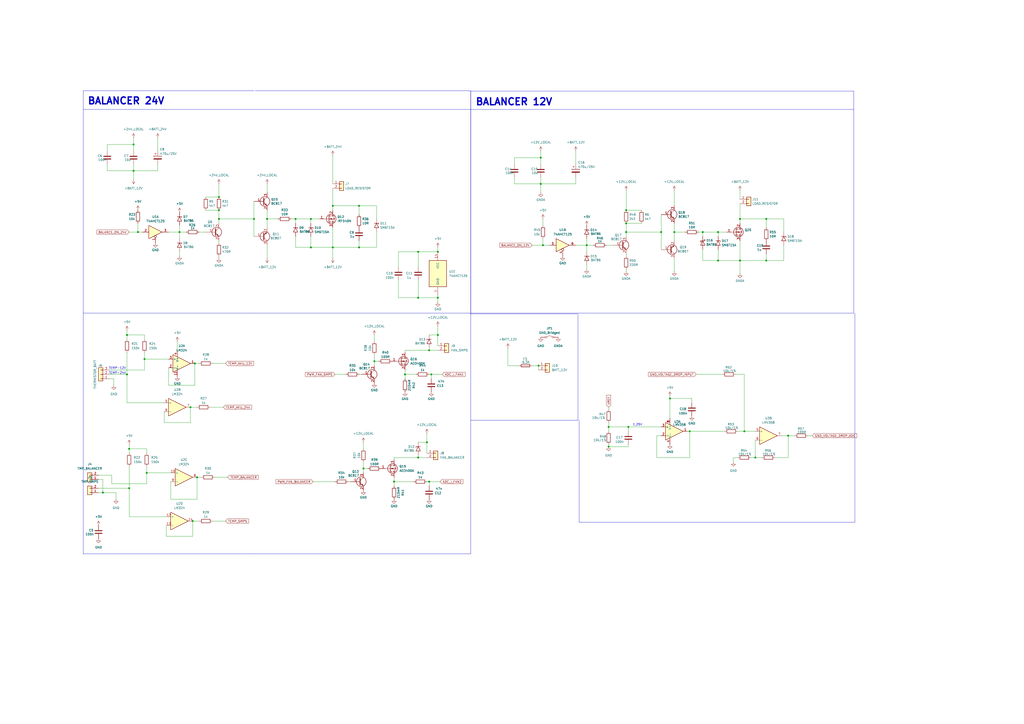
<source format=kicad_sch>
(kicad_sch (version 20231120) (generator "eeschema") (generator_version "8.0")
  (paper "A2")
  (junction (at 391.16 134.62))
  (junction (at 400.05 250.19))
  (junction (at 429.26 151.13))
  (junction (at 313.69 106.68))
  (junction (at 80.01 134.62))
  (junction (at 77.47 83.82))
  (junction (at 180.34 127))
  (junction (at 171.45 127))
  (junction (at 363.22 121.92))
  (junction (at 234.95 217.17))
  (junction (at 147.32 127))
  (junction (at 457.2 252.73))
  (junction (at 429.26 127))
  (junction (at 73.66 194.31))
  (junction (at 114.3 276.86))
  (junction (at 313.69 91.44))
  (junction (at 363.22 129.54))
  (junction (at 416.56 151.13))
  (junction (at 193.04 143.51))
  (junction (at 210.82 271.78))
  (junction (at 104.14 134.62))
  (junction (at 340.36 142.24))
  (junction (at 388.62 231.14))
  (junction (at 444.5 127))
  (junction (at 407.67 134.62))
  (junction (at 77.47 99.06))
  (junction (at 193.04 119.38))
  (junction (at 154.94 127))
  (junction (at 127 114.3))
  (junction (at 353.06 247.65))
  (junction (at 127 121.92))
  (junction (at 180.34 143.51))
  (junction (at 312.42 212.09))
  (junction (at 113.03 210.82))
  (junction (at 314.96 142.24))
  (junction (at 363.22 134.62))
  (junction (at 383.54 134.62))
  (junction (at 74.93 283.21))
  (junction (at 208.28 143.51))
  (junction (at 110.49 236.22))
  (junction (at 208.28 119.38))
  (junction (at 242.57 146.05))
  (junction (at 247.65 256.54))
  (junction (at 438.15 265.43))
  (junction (at 85.09 274.32))
  (junction (at 127 127))
  (junction (at 242.57 265.43))
  (junction (at 250.19 217.17))
  (junction (at 111.76 302.26))
  (junction (at 254 146.05))
  (junction (at 416.56 134.62))
  (junction (at 242.57 172.72))
  (junction (at 431.8 250.19))
  (junction (at 248.92 279.4))
  (junction (at 74.93 260.35))
  (junction (at 444.5 151.13))
  (junction (at 217.17 209.55))
  (junction (at 353.06 259.08))
  (junction (at 59.69 285.75))
  (junction (at 254 172.72))
  (junction (at 73.66 217.17))
  (junction (at 83.82 208.28))
  (junction (at 248.92 203.2))
  (junction (at 254 194.31))
  (junction (at 228.6 279.4))
  (junction (at 364.49 247.65))
  (wire (pts (xy 218.44 119.38) (xy 218.44 127)))
  (wire (pts (xy 416.56 151.13) (xy 407.67 151.13)))
  (wire (pts (xy 308.61 142.24) (xy 314.96 142.24)))
  (wire (pts (xy 85.09 262.89) (xy 85.09 260.35)))
  (wire (pts (xy 77.47 83.82) (xy 77.47 87.63)))
  (wire (pts (xy 228.6 276.86) (xy 228.6 279.4)))
  (wire (pts (xy 96.52 304.8) (xy 96.52 311.15)))
  (wire (pts (xy 210.82 256.54) (xy 210.82 260.35)))
  (wire (pts (xy 73.66 233.68) (xy 95.25 233.68)))
  (wire (pts (xy 59.69 278.13) (xy 59.69 285.75)))
  (wire (pts (xy 308.61 212.09) (xy 312.42 212.09)))
  (wire (pts (xy 154.94 106.68) (xy 154.94 111.76)))
  (wire (pts (xy 210.82 267.97) (xy 210.82 271.78)))
  (wire (pts (xy 334.01 106.68) (xy 334.01 102.87)))
  (wire (pts (xy 400.05 250.19) (xy 398.78 250.19)))
  (wire (pts (xy 431.8 250.19) (xy 438.15 250.19)))
  (wire (pts (xy 444.5 127) (xy 454.66 127)))
  (wire (pts (xy 340.36 138.43) (xy 340.36 142.24)))
  (wire (pts (xy 77.47 99.06) (xy 77.47 104.14)))
  (wire (pts (xy 83.82 196.85) (xy 83.82 194.31)))
  (wire (pts (xy 210.82 271.78) (xy 213.36 271.78)))
  (wire (pts (xy 147.32 127) (xy 147.32 137.16)))
  (wire (pts (xy 247.65 279.4) (xy 248.92 279.4)))
  (wire (pts (xy 228.6 265.43) (xy 228.6 266.7)))
  (wire (pts (xy 353.06 247.65) (xy 353.06 250.19)))
  (wire (pts (xy 391.16 110.49) (xy 391.16 119.38)))
  (wire (pts (xy 193.04 132.08) (xy 193.04 143.51)))
  (wire (pts (xy 57.15 283.21) (xy 74.93 283.21)))
  (wire (pts (xy 57.15 278.13) (xy 59.69 278.13)))
  (wire (pts (xy 110.49 236.22) (xy 114.3 236.22)))
  (wire (pts (xy 457.2 265.43) (xy 457.2 252.73)))
  (wire (pts (xy 228.6 279.4) (xy 240.03 279.4)))
  (wire (pts (xy 242.57 256.54) (xy 247.65 256.54)))
  (wire (pts (xy 218.44 143.51) (xy 208.28 143.51)))
  (wire (pts (xy 62.23 95.25) (xy 62.23 99.06)))
  (wire (pts (xy 247.65 251.46) (xy 247.65 256.54)))
  (wire (pts (xy 74.93 257.81) (xy 74.93 260.35)))
  (wire (pts (xy 73.66 191.77) (xy 73.66 194.31)))
  (wire (pts (xy 210.82 274.32) (xy 210.82 271.78)))
  (wire (pts (xy 127 106.68) (xy 127 114.3)))
  (wire (pts (xy 99.06 279.4) (xy 99.06 289.56)))
  (wire (pts (xy 66.04 219.71) (xy 66.04 223.52)))
  (polyline (pts (xy 48.26 52.705) (xy 48.26 181.61)))
  (wire (pts (xy 96.52 311.15) (xy 111.76 311.15)))
  (polyline (pts (xy 48.26 321.31) (xy 48.26 181.61)))
  (wire (pts (xy 407.67 134.62) (xy 407.67 137.16)))
  (polyline (pts (xy 147.32 321.31) (xy 48.26 321.31)))
  (wire (pts (xy 59.69 285.75) (xy 67.31 285.75)))
  (wire (pts (xy 334.01 87.63) (xy 334.01 95.25)))
  (wire (pts (xy 80.01 129.54) (xy 80.01 134.62)))
  (wire (pts (xy 231.14 162.56) (xy 231.14 172.72)))
  (wire (pts (xy 363.22 134.62) (xy 363.22 137.16)))
  (wire (pts (xy 119.38 114.3) (xy 127 114.3)))
  (wire (pts (xy 391.16 129.54) (xy 391.16 134.62)))
  (wire (pts (xy 104.14 134.62) (xy 104.14 138.43)))
  (wire (pts (xy 171.45 127) (xy 171.45 129.54)))
  (wire (pts (xy 254 143.51) (xy 254 146.05)))
  (wire (pts (xy 444.5 147.32) (xy 444.5 151.13)))
  (wire (pts (xy 383.54 134.62) (xy 363.22 134.62)))
  (wire (pts (xy 416.56 134.62) (xy 416.56 137.16)))
  (wire (pts (xy 400.05 265.43) (xy 400.05 250.19)))
  (wire (pts (xy 99.06 274.32) (xy 85.09 274.32)))
  (wire (pts (xy 234.95 217.17) (xy 234.95 219.71)))
  (wire (pts (xy 111.76 302.26) (xy 115.57 302.26)))
  (wire (pts (xy 217.17 205.74) (xy 217.17 209.55)))
  (wire (pts (xy 429.26 151.13) (xy 429.26 158.75)))
  (wire (pts (xy 298.45 91.44) (xy 298.45 95.25)))
  (wire (pts (xy 383.54 134.62) (xy 383.54 144.78)))
  (wire (pts (xy 217.17 212.09) (xy 217.17 209.55)))
  (wire (pts (xy 180.34 143.51) (xy 171.45 143.51)))
  (wire (pts (xy 391.16 157.48) (xy 391.16 149.86)))
  (wire (pts (xy 77.47 95.25) (xy 77.47 99.06)))
  (wire (pts (xy 234.95 203.2) (xy 248.92 203.2)))
  (wire (pts (xy 340.36 153.67) (xy 340.36 156.21)))
  (wire (pts (xy 127 149.86) (xy 127 148.59)))
  (wire (pts (xy 254 172.72) (xy 242.57 172.72)))
  (polyline (pts (xy 335.915 302.895) (xy 495.935 302.895)))
  (wire (pts (xy 334.01 142.24) (xy 340.36 142.24)))
  (wire (pts (xy 353.06 236.22) (xy 353.06 237.49)))
  (wire (pts (xy 193.04 143.51) (xy 193.04 149.86)))
  (wire (pts (xy 85.09 274.32) (xy 85.09 270.51)))
  (wire (pts (xy 431.8 217.17) (xy 431.8 250.19)))
  (wire (pts (xy 468.63 252.73) (xy 471.17 252.73)))
  (wire (pts (xy 74.93 283.21) (xy 74.93 299.72)))
  (wire (pts (xy 438.15 265.43) (xy 441.96 265.43)))
  (wire (pts (xy 421.64 134.62) (xy 416.56 134.62)))
  (wire (pts (xy 193.04 143.51) (xy 180.34 143.51)))
  (wire (pts (xy 64.77 275.59) (xy 64.77 280.67)))
  (wire (pts (xy 228.6 279.4) (xy 228.6 281.94)))
  (wire (pts (xy 313.69 91.44) (xy 313.69 95.25)))
  (wire (pts (xy 461.01 252.73) (xy 457.2 252.73)))
  (wire (pts (xy 234.95 217.17) (xy 241.3 217.17)))
  (wire (pts (xy 438.15 255.27) (xy 438.15 265.43)))
  (wire (pts (xy 314.96 142.24) (xy 318.77 142.24)))
  (wire (pts (xy 250.19 217.17) (xy 250.19 219.71)))
  (wire (pts (xy 181.61 279.4) (xy 194.31 279.4)))
  (wire (pts (xy 313.69 87.63) (xy 313.69 91.44)))
  (wire (pts (xy 340.36 142.24) (xy 344.17 142.24)))
  (wire (pts (xy 242.57 146.05) (xy 231.14 146.05)))
  (polyline (pts (xy 335.28 243.84) (xy 335.28 182.372)))
  (wire (pts (xy 313.69 102.87) (xy 313.69 106.68)))
  (wire (pts (xy 59.69 285.75) (xy 57.15 285.75)))
  (wire (pts (xy 201.93 279.4) (xy 203.2 279.4)))
  (wire (pts (xy 208.28 119.38) (xy 218.44 119.38)))
  (wire (pts (xy 388.62 231.14) (xy 401.32 231.14)))
  (wire (pts (xy 83.82 194.31) (xy 73.66 194.31)))
  (wire (pts (xy 438.15 265.43) (xy 435.61 265.43)))
  (wire (pts (xy 147.32 127) (xy 127 127)))
  (wire (pts (xy 97.79 213.36) (xy 97.79 223.52)))
  (wire (pts (xy 63.5 219.71) (xy 66.04 219.71)))
  (wire (pts (xy 123.19 210.82) (xy 130.81 210.82)))
  (wire (pts (xy 383.54 124.46) (xy 383.54 134.62)))
  (wire (pts (xy 74.93 299.72) (xy 96.52 299.72)))
  (wire (pts (xy 193.04 119.38) (xy 193.04 121.92)))
  (wire (pts (xy 180.34 127) (xy 171.45 127)))
  (wire (pts (xy 248.92 279.4) (xy 248.92 281.94)))
  (wire (pts (xy 407.67 151.13) (xy 407.67 144.78)))
  (wire (pts (xy 124.46 276.86) (xy 132.08 276.86)))
  (wire (pts (xy 83.82 208.28) (xy 83.82 204.47)))
  (wire (pts (xy 57.15 275.59) (xy 64.77 275.59)))
  (wire (pts (xy 228.6 265.43) (xy 242.57 265.43)))
  (wire (pts (xy 231.14 146.05) (xy 231.14 154.94)))
  (wire (pts (xy 429.26 151.13) (xy 416.56 151.13)))
  (wire (pts (xy 429.26 127) (xy 429.26 129.54)))
  (wire (pts (xy 62.23 99.06) (xy 77.47 99.06)))
  (wire (pts (xy 364.49 247.65) (xy 383.54 247.65)))
  (wire (pts (xy 218.44 134.62) (xy 218.44 143.51)))
  (polyline (pts (xy 273.05 243.84) (xy 335.28 243.84)))
  (wire (pts (xy 77.47 99.06) (xy 91.44 99.06)))
  (wire (pts (xy 340.36 142.24) (xy 340.36 146.05)))
  (wire (pts (xy 95.25 238.76) (xy 95.25 245.11)))
  (polyline (pts (xy 48.26 181.61) (xy 52.07 181.61)))
  (wire (pts (xy 314.96 127) (xy 314.96 130.81)))
  (wire (pts (xy 425.45 265.43) (xy 427.99 265.43)))
  (wire (pts (xy 104.14 130.81) (xy 104.14 134.62)))
  (wire (pts (xy 388.62 231.14) (xy 388.62 242.57)))
  (wire (pts (xy 74.93 260.35) (xy 74.93 262.89)))
  (wire (pts (xy 248.92 201.93) (xy 248.92 203.2)))
  (wire (pts (xy 363.22 157.48) (xy 363.22 156.21)))
  (wire (pts (xy 73.66 217.17) (xy 73.66 233.68)))
  (wire (pts (xy 119.38 121.92) (xy 127 121.92)))
  (wire (pts (xy 102.87 198.12) (xy 102.87 203.2)))
  (wire (pts (xy 217.17 194.31) (xy 217.17 198.12)))
  (wire (pts (xy 234.95 203.2) (xy 234.95 204.47)))
  (wire (pts (xy 391.16 134.62) (xy 397.51 134.62)))
  (wire (pts (xy 74.93 270.51) (xy 74.93 283.21)))
  (wire (pts (xy 73.66 194.31) (xy 73.66 196.85)))
  (wire (pts (xy 85.09 260.35) (xy 74.93 260.35)))
  (wire (pts (xy 91.44 99.06) (xy 91.44 95.25)))
  (wire (pts (xy 426.72 217.17) (xy 431.8 217.17)))
  (wire (pts (xy 91.44 80.01) (xy 91.44 87.63)))
  (wire (pts (xy 127 140.97) (xy 127 139.7)))
  (wire (pts (xy 363.22 110.49) (xy 363.22 121.92)))
  (wire (pts (xy 391.16 134.62) (xy 391.16 139.7)))
  (wire (pts (xy 104.14 134.62) (xy 107.95 134.62)))
  (wire (pts (xy 400.05 250.19) (xy 420.37 250.19)))
  (wire (pts (xy 444.5 127) (xy 444.5 132.08)))
  (wire (pts (xy 294.64 201.93) (xy 294.64 212.09)))
  (wire (pts (xy 154.94 127) (xy 161.29 127)))
  (wire (pts (xy 298.45 102.87) (xy 298.45 106.68)))
  (wire (pts (xy 127 127) (xy 127 129.54)))
  (wire (pts (xy 429.26 127) (xy 444.5 127)))
  (wire (pts (xy 242.57 265.43) (xy 247.65 265.43)))
  (wire (pts (xy 127 127) (xy 127 121.92)))
  (wire (pts (xy 254 172.72) (xy 254 171.45)))
  (wire (pts (xy 171.45 143.51) (xy 171.45 137.16)))
  (wire (pts (xy 248.92 194.31) (xy 254 194.31)))
  (wire (pts (xy 95.25 245.11) (xy 110.49 245.11)))
  (wire (pts (xy 180.34 127) (xy 180.34 129.54)))
  (wire (pts (xy 427.99 250.19) (xy 431.8 250.19)))
  (wire (pts (xy 111.76 311.15) (xy 111.76 302.26)))
  (wire (pts (xy 388.62 229.87) (xy 388.62 231.14)))
  (wire (pts (xy 147.32 116.84) (xy 147.32 127)))
  (polyline (pts (xy 273.05 182.118) (xy 335.28 182.118)))
  (wire (pts (xy 254 189.23) (xy 254 194.31)))
  (wire (pts (xy 313.69 106.68) (xy 313.69 111.76)))
  (wire (pts (xy 193.04 90.17) (xy 193.04 106.68)))
  (wire (pts (xy 429.26 139.7) (xy 429.26 151.13)))
  (wire (pts (xy 180.34 137.16) (xy 180.34 143.51)))
  (polyline (pts (xy 273.05 181.61) (xy 273.05 321.31)))
  (wire (pts (xy 449.58 265.43) (xy 457.2 265.43)))
  (wire (pts (xy 242.57 264.16) (xy 242.57 265.43)))
  (wire (pts (xy 416.56 144.78) (xy 416.56 151.13)))
  (wire (pts (xy 171.45 127) (xy 168.91 127)))
  (wire (pts (xy 383.54 252.73) (xy 381 252.73)))
  (wire (pts (xy 194.31 217.17) (xy 200.66 217.17)))
  (wire (pts (xy 254 175.26) (xy 254 172.72)))
  (wire (pts (xy 353.06 259.08) (xy 364.49 259.08)))
  (wire (pts (xy 363.22 134.62) (xy 363.22 129.54)))
  (polyline (pts (xy 147.955 52.705) (xy 273.05 52.705)))
  (wire (pts (xy 313.69 106.68) (xy 334.01 106.68)))
  (wire (pts (xy 454.66 151.13) (xy 444.5 151.13)))
  (wire (pts (xy 85.09 280.67) (xy 85.09 274.32)))
  (wire (pts (xy 64.77 280.67) (xy 85.09 280.67)))
  (wire (pts (xy 454.66 127) (xy 454.66 134.62)))
  (wire (pts (xy 381 252.73) (xy 381 265.43)))
  (wire (pts (xy 444.5 151.13) (xy 429.26 151.13)))
  (wire (pts (xy 381 265.43) (xy 400.05 265.43)))
  (wire (pts (xy 429.26 118.11) (xy 429.26 127)))
  (wire (pts (xy 429.26 110.49) (xy 429.26 115.57)))
  (wire (pts (xy 250.19 217.17) (xy 256.54 217.17)))
  (wire (pts (xy 314.96 138.43) (xy 314.96 142.24)))
  (wire (pts (xy 154.94 127) (xy 154.94 132.08)))
  (wire (pts (xy 247.65 256.54) (xy 247.65 262.89)))
  (wire (pts (xy 123.19 302.26) (xy 130.81 302.26)))
  (wire (pts (xy 77.47 80.01) (xy 77.47 83.82)))
  (wire (pts (xy 67.31 285.75) (xy 67.31 289.56)))
  (polyline (pts (xy 52.07 181.61) (xy 147.32 181.61)))
  (wire (pts (xy 363.22 121.92) (xy 372.11 121.92)))
  (wire (pts (xy 364.49 259.08) (xy 364.49 257.81)))
  (wire (pts (xy 353.06 245.11) (xy 353.06 247.65)))
  (wire (pts (xy 208.28 139.7) (xy 208.28 143.51)))
  (wire (pts (xy 363.22 129.54) (xy 372.11 129.54)))
  (wire (pts (xy 401.32 231.14) (xy 401.32 233.68)))
  (wire (pts (xy 104.14 146.05) (xy 104.14 148.59)))
  (wire (pts (xy 248.92 279.4) (xy 255.27 279.4)))
  (wire (pts (xy 353.06 247.65) (xy 364.49 247.65)))
  (wire (pts (xy 457.2 252.73) (xy 453.39 252.73)))
  (wire (pts (xy 248.92 203.2) (xy 254 203.2)))
  (wire (pts (xy 193.04 109.22) (xy 193.04 119.38)))
  (wire (pts (xy 407.67 134.62) (xy 405.13 134.62)))
  (wire (pts (xy 254 194.31) (xy 254 200.66)))
  (wire (pts (xy 63.5 217.17) (xy 73.66 217.17)))
  (wire (pts (xy 208.28 119.38) (xy 208.28 124.46)))
  (polyline (pts (xy 273.05 321.31) (xy 147.32 321.31)))
  (wire (pts (xy 403.86 217.17) (xy 419.1 217.17)))
  (wire (pts (xy 294.64 212.09) (xy 300.99 212.09)))
  (wire (pts (xy 62.23 83.82) (xy 62.23 87.63)))
  (wire (pts (xy 364.49 247.65) (xy 364.49 250.19)))
  (wire (pts (xy 363.22 148.59) (xy 363.22 147.32)))
  (wire (pts (xy 154.94 121.92) (xy 154.94 127)))
  (wire (pts (xy 97.79 208.28) (xy 83.82 208.28)))
  (wire (pts (xy 115.57 134.62) (xy 119.38 134.62)))
  (wire (pts (xy 113.03 210.82) (xy 115.57 210.82)))
  (wire (pts (xy 113.03 223.52) (xy 113.03 210.82)))
  (wire (pts (xy 193.04 119.38) (xy 208.28 119.38)))
  (wire (pts (xy 208.28 143.51) (xy 193.04 143.51)))
  (wire (pts (xy 248.92 217.17) (xy 250.19 217.17)))
  (wire (pts (xy 114.3 276.86) (xy 116.84 276.86)))
  (wire (pts (xy 97.79 223.52) (xy 113.03 223.52)))
  (wire (pts (xy 242.57 154.94) (xy 242.57 146.05)))
  (polyline (pts (xy 147.32 52.705) (xy 48.26 52.705)))
  (wire (pts (xy 425.45 267.97) (xy 425.45 265.43)))
  (wire (pts (xy 242.57 146.05) (xy 254 146.05)))
  (wire (pts (xy 353.06 259.08) (xy 353.06 257.81)))
  (wire (pts (xy 62.23 83.82) (xy 77.47 83.82)))
  (wire (pts (xy 63.5 214.63) (xy 83.82 214.63)))
  (wire (pts (xy 298.45 91.44) (xy 313.69 91.44)))
  (wire (pts (xy 242.57 172.72) (xy 242.57 162.56)))
  (wire (pts (xy 83.82 214.63) (xy 83.82 208.28)))
  (wire (pts (xy 185.42 127) (xy 180.34 127)))
  (wire (pts (xy 80.01 134.62) (xy 74.93 134.62)))
  (wire (pts (xy 208.28 217.17) (xy 209.55 217.17)))
  (wire (pts (xy 416.56 134.62) (xy 407.67 134.62)))
  (polyline (pts (xy 335.915 243.84) (xy 335.915 302.895)))
  (wire (pts (xy 82.55 134.62) (xy 80.01 134.62)))
  (wire (pts (xy 114.3 289.56) (xy 114.3 276.86)))
  (wire (pts (xy 298.45 106.68) (xy 313.69 106.68)))
  (polyline (pts (xy 495.935 181.61) (xy 495.935 302.895)))
  (wire (pts (xy 351.79 142.24) (xy 355.6 142.24)))
  (wire (pts (xy 154.94 149.86) (xy 154.94 142.24)))
  (polyline (pts (xy 147.32 181.61) (xy 273.05 181.61)))
  (wire (pts (xy 97.79 134.62) (xy 104.14 134.62)))
  (polyline (pts (xy 48.26 63.5) (xy 495.3 63.5)))
  (wire (pts (xy 217.17 209.55) (xy 219.71 209.55)))
  (wire (pts (xy 121.92 236.22) (xy 129.54 236.22)))
  (wire (pts (xy 99.06 289.56) (xy 114.3 289.56)))
  (polyline (pts (xy 273.05 52.705) (xy 273.05 182.245)))
  (wire (pts (xy 110.49 245.11) (xy 110.49 236.22)))
  (wire (pts (xy 231.14 172.72) (xy 242.57 172.72)))
  (wire (pts (xy 454.66 142.24) (xy 454.66 151.13)))
  (wire (pts (xy 234.95 214.63) (xy 234.95 217.17)))
  (wire (pts (xy 312.42 212.09) (xy 312.42 214.63)))
  (wire (pts (xy 73.66 204.47) (xy 73.66 217.17)))
  (rectangle (start 273.05 52.832) (end 495.3 181.61))
  (text "1,25V" (at 369.824 246.38 0) (effects (font (size 1.27 1.27))))
  (text "BALANCER 12V" (at 298.196 59.182 0) (effects (font (size 4 4) (bold yes))))
  (text "TEMP-12V" (at 68.072 213.614 0) (effects (font (size 1.27 1.27))))
  (text "TEMP-24V" (at 68.072 216.408 0) (effects (font (size 1.27 1.27))))
  (text "BALANCER 24V" (at 73.152 58.674 0) (effects (font (size 4 4) (bold yes))))
  (global_label "TEMP_AKU_24V" (shape input) (at 129.54 236.22 0) (property "Intersheetrefs" "${INTERSHEET_REFS}" (effects (hide yes))))
  (global_label "PWM_FAN_SMPS" (shape input) (at 194.31 217.17 180) (property "Intersheetrefs" "${INTERSHEET_REFS}" (effects (hide yes))))
  (global_label "TEMP_SMPS" (shape input) (at 130.81 302.26 0) (property "Intersheetrefs" "${INTERSHEET_REFS}" (effects (hide yes))))
  (global_label "TEMP_BALANCER" (shape input) (at 132.08 276.86 0) (property "Intersheetrefs" "${INTERSHEET_REFS}" (effects (hide yes))))
  (global_label "BALANCE_ON_12V" (shape input) (at 308.61 142.24 180) (property "Intersheetrefs" "${INTERSHEET_REFS}" (effects (hide yes))))
  (global_label "VREF" (shape input) (at 353.06 236.22 90) (property "Intersheetrefs" "${INTERSHEET_REFS}" (effects (hide yes))))
  (global_label "PWM_FAN_BALANCER" (shape input) (at 181.61 279.4 180) (property "Intersheetrefs" "${INTERSHEET_REFS}" (effects (hide yes))))
  (global_label "GND_VOLTAGE_DROP_INPUT" (shape input) (at 403.86 217.17 180) (property "Intersheetrefs" "${INTERSHEET_REFS}" (effects (hide yes))))
  (global_label "ADC_I_FAN2" (shape input) (at 255.27 279.4 0) (property "Intersheetrefs" "${INTERSHEET_REFS}" (effects (hide yes))))
  (global_label "ADC_I_FAN1" (shape input) (at 256.54 217.17 0) (property "Intersheetrefs" "${INTERSHEET_REFS}" (effects (hide yes))))
  (global_label "BALANCE_ON_24V" (shape input) (at 74.93 134.62 180) (property "Intersheetrefs" "${INTERSHEET_REFS}" (effects (hide yes))))
  (global_label "TEMP_AKU_12V" (shape input) (at 130.81 210.82 0) (property "Intersheetrefs" "${INTERSHEET_REFS}" (effects (hide yes))))
  (global_label "GND_VOLTAGE_DROP_ADC" (shape input) (at 471.17 252.73 0) (property "Intersheetrefs" "${INTERSHEET_REFS}" (effects (hide yes))))
  (symbol (lib_id "Device:R") (at 119.38 210.82 90) (unit 1)
    (property "Reference" "R28" (at 119.38 205.74 90))
    (property "Value" "1k" (at 119.38 208.28 90))
    (property "Footprint" "Resistor_SMD:R_0805_2012Metric_Pad1.20x1.40mm_HandSolder" (effects (hide yes)))
    (property "Description" "Resistor" (effects (hide yes)))
  )
  (symbol (lib_id "Device:R") (at 243.84 279.4 90) (unit 1)
    (property "Reference" "R43" (at 243.84 274.32 90))
    (property "Value" "1k" (at 243.84 276.86 90))
    (property "Footprint" "Resistor_SMD:R_0805_2012Metric_Pad1.20x1.40mm_HandSolder" (effects (hide yes)))
    (property "Description" "Resistor" (effects (hide yes)))
  )
  (symbol (lib_id "Device:R") (at 208.28 128.27 0) (mirror y) (unit 1)
    (property "Reference" "R36" (at 210.058 127.0578 0) (effects (justify right)))
    (property "Value" "10R" (at 210.058 129.4821 0) (effects (justify right)))
    (property "Footprint" "Resistor_THT:R_Axial_DIN0204_L3.6mm_D1.6mm_P7.62mm_Horizontal" (effects (hide yes)))
    (property "Description" "Resistor" (effects (hide yes)))
  )
  (symbol (lib_id "Device:R") (at 204.47 217.17 90) (unit 1)
    (property "Reference" "R35" (at 204.47 212.09 90))
    (property "Value" "10k" (at 204.47 214.63 90))
    (property "Footprint" "Resistor_SMD:R_0805_2012Metric_Pad1.20x1.40mm_HandSolder" (effects (hide yes)))
    (property "Description" "Resistor" (effects (hide yes)))
  )
  (symbol (lib_id "power:+5V") (at 102.87 198.12 0) (unit 1)
    (property "Reference" "#PWR024" (effects (hide yes)))
    (property "Value" "+5V" (at 102.87 193.04 0))
    (property "Description" "Power symbol creates a global label with name \"+5V\"" (effects (hide yes)))
  )
  (symbol (lib_id "Connector_Generic:Conn_01x02") (at 317.5 212.09 0) (unit 1)
    (property "Reference" "J10" (at 320.04 212.0899 0) (effects (justify left)))
    (property "Value" "BATT_12V" (at 320.04 214.6299 0) (effects (justify left)))
    (property "Footprint" "My-Footprints-connectors:Flat-6,3mm-connector-2P" (effects (hide yes)))
    (property "Description" "Generic connector, single row, 01x02, script generated (kicad-library-utils/schlib/autogen/connector/)" (effects (hide yes)))
  )
  (symbol (lib_id "Device:C") (at 77.47 91.44 0) (unit 1)
    (property "Reference" "C7" (at 71.882 90.424 0) (effects (justify left)))
    (property "Value" "10u" (at 72.136 92.71 0) (effects (justify left)))
    (property "Footprint" "Capacitor_SMD:C_0805_2012Metric_Pad1.18x1.45mm_HandSolder" (effects (hide yes)))
    (property "Description" "Unpolarized capacitor" (effects (hide yes)))
  )
  (symbol (lib_id "power:+5V") (at 57.15 304.8 0) (unit 1)
    (property "Reference" "#PWR013" (effects (hide yes)))
    (property "Value" "+5V" (at 57.15 299.72 0))
    (property "Description" "Power symbol creates a global label with name \"+5V\"" (effects (hide yes)))
  )
  (symbol (lib_id "power:+5V") (at 210.82 256.54 0) (unit 1)
    (property "Reference" "#PWR034" (effects (hide yes)))
    (property "Value" "+12V_LOCAL" (at 210.82 251.46 0))
    (property "Description" "Power symbol creates a global label with name \"+5V\"" (effects (hide yes)))
  )
  (symbol (lib_id "power:+5V") (at 254 189.23 0) (unit 1)
    (property "Reference" "#PWR045" (effects (hide yes)))
    (property "Value" "+12V_LOCAL" (at 254 184.15 0))
    (property "Description" "Power symbol creates a global label with name \"+5V\"" (effects (hide yes)))
  )
  (symbol (lib_id "Device:R") (at 111.76 134.62 270) (unit 1)
    (property "Reference" "R26" (at 111.506 130.556 90))
    (property "Value" "1k" (at 111.76 132.334 90))
    (property "Footprint" "Resistor_SMD:R_0805_2012Metric_Pad1.20x1.40mm_HandSolder" (effects (hide yes)))
    (property "Description" "Resistor" (effects (hide yes)))
  )
  (symbol (lib_id "Amplifier_Operational:LM324") (at 102.87 236.22 0) (unit 2)
    (property "Reference" "U2" (at 102.87 226.06 0))
    (property "Value" "LM324" (at 102.87 228.6 0))
    (property "Footprint" "Package_SO:SOIC-14_3.9x8.7mm_P1.27mm" (effects (hide yes)))
    (property "Datasheet" "http://www.ti.com/lit/ds/symlink/lm2902-n.pdf" (effects (hide yes)))
    (property "Description" "Low-Power, Quad-Operational Amplifiers, DIP-14/SOIC-14/SSOP-14" (effects (hide yes)))
  )
  (symbol (lib_id "Device:R") (at 119.38 118.11 0) (unit 1)
    (property "Reference" "R5" (at 121.158 116.8978 0) (effects (justify left)))
    (property "Value" "4k7" (at 121.158 119.3221 0) (effects (justify left)))
    (property "Footprint" "Resistor_SMD:R_1206_3216Metric_Pad1.30x1.75mm_HandSolder" (effects (hide yes)))
    (property "Description" "Resistor" (effects (hide yes)))
  )
  (symbol (lib_id "power:+5V") (at 313.69 87.63 0) (unit 1)
    (property "Reference" "#PWR047" (effects (hide yes)))
    (property "Value" "+12V_LOCAL" (at 313.69 82.55 0))
    (property "Description" "Power symbol creates a global label with name \"+5V\"" (effects (hide yes)))
  )
  (symbol (lib_id "power:+BATT") (at 154.94 149.86 180) (unit 1)
    (property "Reference" "#PWR031" (effects (hide yes)))
    (property "Value" "+BATT_12V" (at 154.94 154.94 0))
    (property "Description" "Power symbol creates a global label with name \"+BATT\"" (effects (hide yes)))
  )
  (symbol (lib_id "power:+5V") (at 217.17 194.31 0) (unit 1)
    (property "Reference" "#PWR036" (effects (hide yes)))
    (property "Value" "+12V_LOCAL" (at 217.17 189.23 0))
    (property "Description" "Power symbol creates a global label with name \"+5V\"" (effects (hide yes)))
  )
  (symbol (lib_id "Transistor_BJT:BC807") (at 152.4 137.16 0) (mirror x) (unit 1)
    (property "Reference" "Q11" (at 160.02 135.7517 0))
    (property "Value" "BC807" (at 160.02 138.176 0))
    (property "Footprint" "Package_TO_SOT_SMD:SOT-23" (effects (hide yes)))
    (property "Datasheet" "https://www.onsemi.com/pub/Collateral/BC808-D.pdf" (effects (hide yes)))
    (property "Description" "0.8A Ic, 45V Vce, PNP Transistor, SOT-23" (effects (hide yes)))
  )
  (symbol (lib_id "Device:C_Polarized") (at 91.44 91.44 0) (unit 1)
    (property "Reference" "C8" (at 92.71 86.614 0) (effects (justify left)))
    (property "Value" "470u/25V" (at 92.71 89.154 0) (effects (justify left)))
    (property "Footprint" "Capacitor_THT:CP_Radial_D8.0mm_P2.50mm" (effects (hide yes)))
    (property "Description" "Polarized capacitor" (effects (hide yes)))
  )
  (symbol (lib_id "Diode:SM6T15A") (at 340.36 149.86 270) (unit 1)
    (property "Reference" "D15" (at 342.392 148.6478 90) (effects (justify left)))
    (property "Value" "BAT86" (at 342.646 150.876 90) (effects (justify left)))
    (property "Footprint" "Diode_SMD:D_MiniMELF" (effects (hide yes)))
    (property "Datasheet" "https://www.st.com/resource/en/datasheet/sm6t.pdf" (effects (hide yes)))
    (property "Description" "600W unidirectional Transil Transient Voltage Suppressor, 15Vrwm, DO-214AA" (effects (hide yes)))
  )
  (symbol (lib_id "Diode:SM6T15A") (at 248.92 198.12 90) (mirror x) (unit 1)
    (property "Reference" "D13" (at 246.888 196.9078 90) (effects (justify left)))
    (property "Value" "BAT86" (at 246.634 199.136 90) (effects (justify left)))
    (property "Footprint" "Diode_SMD:D_MiniMELF" (effects (hide yes)))
    (property "Datasheet" "https://www.st.com/resource/en/datasheet/sm6t.pdf" (effects (hide yes)))
    (property "Description" "600W unidirectional Transil Transient Voltage Suppressor, 15Vrwm, DO-214AA" (effects (hide yes)))
  )
  (symbol (lib_id "power:+BATT") (at 91.44 80.01 0) (unit 1)
    (property "Reference" "#PWR023" (effects (hide yes)))
    (property "Value" "+BATT_24V" (at 91.44 74.93 0))
    (property "Description" "Power symbol creates a global label with name \"+BATT\"" (effects (hide yes)))
  )
  (symbol (lib_id "Device:R") (at 217.17 201.93 180) (unit 1)
    (property "Reference" "R38" (at 212.09 201.93 90))
    (property "Value" "10k" (at 214.63 201.93 90))
    (property "Footprint" "Resistor_SMD:R_0805_2012Metric_Pad1.20x1.40mm_HandSolder" (effects (hide yes)))
    (property "Description" "Resistor" (effects (hide yes)))
  )
  (symbol (lib_id "Diode:SM6T15A") (at 104.14 142.24 270) (unit 1)
    (property "Reference" "D8" (at 106.172 141.0278 90) (effects (justify left)))
    (property "Value" "BAT86" (at 106.426 143.256 90) (effects (justify left)))
    (property "Footprint" "Diode_SMD:D_MiniMELF" (effects (hide yes)))
    (property "Datasheet" "https://www.st.com/resource/en/datasheet/sm6t.pdf" (effects (hide yes)))
    (property "Description" "600W unidirectional Transil Transient Voltage Suppressor, 15Vrwm, DO-214AA" (effects (hide yes)))
  )
  (symbol (lib_id "power:GND") (at 90.17 140.97 0) (unit 1)
    (property "Reference" "#PWR022" (effects (hide yes)))
    (property "Value" "GND" (at 90.17 145.034 0))
    (property "Description" "Power symbol creates a global label with name \"GND\" , ground" (effects (hide yes)))
  )
  (symbol (lib_id "Device:C") (at 242.57 158.75 0) (unit 1)
    (property "Reference" "C11" (at 235.458 158.496 0) (effects (justify left)))
    (property "Value" "1u" (at 235.966 161.036 0) (effects (justify left)))
    (property "Footprint" "Capacitor_SMD:C_0805_2012Metric_Pad1.18x1.45mm_HandSolder" (effects (hide yes)))
    (property "Description" "Unpolarized capacitor" (effects (hide yes)))
  )
  (symbol (lib_id "Device:R") (at 74.93 266.7 0) (unit 1)
    (property "Reference" "R22" (at 77.47 265.4299 0) (effects (justify left)))
    (property "Value" "150k" (at 77.47 267.9699 0) (effects (justify left)))
    (property "Footprint" "Resistor_SMD:R_0805_2012Metric_Pad1.20x1.40mm_HandSolder" (effects (hide yes)))
    (property "Description" "Resistor" (effects (hide yes)))
  )
  (symbol (lib_id "Device:R") (at 85.09 266.7 0) (unit 1)
    (property "Reference" "R25" (at 87.63 265.4299 0) (effects (justify left)))
    (property "Value" "150k" (at 87.63 267.9699 0) (effects (justify left)))
    (property "Footprint" "Resistor_SMD:R_0805_2012Metric_Pad1.20x1.40mm_HandSolder" (effects (hide yes)))
    (property "Description" "Resistor" (effects (hide yes)))
  )
  (symbol (lib_id "Device:C") (at 62.23 91.44 0) (unit 1)
    (property "Reference" "C6" (at 56.642 90.424 0) (effects (justify left)))
    (property "Value" "100n" (at 56.896 92.71 0) (effects (justify left)))
    (property "Footprint" "Capacitor_SMD:C_0805_2012Metric_Pad1.18x1.45mm_HandSolder" (effects (hide yes)))
    (property "Description" "Unpolarized capacitor" (effects (hide yes)))
  )
  (symbol (lib_id "power:GND") (at 388.62 257.81 0) (unit 1)
    (property "Reference" "#PWR060" (effects (hide yes)))
    (property "Value" "GND" (at 388.62 262.128 0))
    (property "Description" "Power symbol creates a global label with name \"GND\" , ground" (effects (hide yes)))
  )
  (symbol (lib_id "power:+5V") (at 74.93 257.81 0) (unit 1)
    (property "Reference" "#PWR018" (effects (hide yes)))
    (property "Value" "+5V" (at 74.93 252.73 0))
    (property "Description" "Power symbol creates a global label with name \"+5V\"" (effects (hide yes)))
  )
  (symbol (lib_id "power:+BATT") (at 294.64 201.93 0) (unit 1)
    (property "Reference" "#PWR046" (effects (hide yes)))
    (property "Value" "+BATT_12V" (at 294.64 196.85 0))
    (property "Description" "Power symbol creates a global label with name \"+BATT\"" (effects (hide yes)))
  )
  (symbol (lib_id "Device:R") (at 363.22 152.4 0) (unit 1)
    (property "Reference" "R50" (at 364.998 151.1878 0) (effects (justify left)))
    (property "Value" "220R" (at 364.998 153.6121 0) (effects (justify left)))
    (property "Footprint" "Resistor_SMD:R_0805_2012Metric_Pad1.20x1.40mm_HandSolder" (effects (hide yes)))
    (property "Description" "Resistor" (effects (hide yes)))
  )
  (symbol (lib_id "power:+BATT") (at 127 106.68 0) (unit 1)
    (property "Reference" "#PWR028" (effects (hide yes)))
    (property "Value" "+24V_LOCAL" (at 127 101.6 0))
    (property "Description" "Power symbol creates a global label with name \"+BATT\"" (effects (hide yes)))
  )
  (symbol (lib_id "Diode:SM6T15A") (at 242.57 260.35 90) (mirror x) (unit 1)
    (property "Reference" "D12" (at 240.538 259.1378 90) (effects (justify left)))
    (property "Value" "BAT86" (at 240.284 261.366 90) (effects (justify left)))
    (property "Footprint" "Diode_SMD:D_MiniMELF" (effects (hide yes)))
    (property "Datasheet" "https://www.st.com/resource/en/datasheet/sm6t.pdf" (effects (hide yes)))
    (property "Description" "600W unidirectional Transil Transient Voltage Suppressor, 15Vrwm, DO-214AA" (effects (hide yes)))
  )
  (symbol (lib_id "Transistor_BJT:BC817") (at 152.4 116.84 0) (unit 1)
    (property "Reference" "Q10" (at 157.2514 115.6278 0) (effects (justify left)))
    (property "Value" "BC817" (at 157.2514 118.0521 0) (effects (justify left)))
    (property "Footprint" "Package_TO_SOT_SMD:SOT-23" (effects (hide yes)))
    (property "Datasheet" "https://www.onsemi.com/pub/Collateral/BC818-D.pdf" (effects (hide yes)))
    (property "Description" "0.8A Ic, 45V Vce, NPN Transistor, SOT-23" (effects (hide yes)))
  )
  (symbol (lib_id "power:GNDA") (at 363.22 157.48 0) (mirror y) (unit 1)
    (property "Reference" "#PWR058" (effects (hide yes)))
    (property "Value" "GNDA" (at 363.22 161.6131 0))
    (property "Description" "Power symbol creates a global label with name \"GNDA\" , analog ground" (effects (hide yes)))
  )
  (symbol (lib_id "Connector_Generic:Conn_01x02") (at 252.73 262.89 0) (unit 1)
    (property "Reference" "J8" (at 255.27 262.8899 0) (effects (justify left)))
    (property "Value" "FAN_BALANCER" (at 255.27 265.4299 0) (effects (justify left)))
    (property "Footprint" "Connector_JST:JST_EH_B2B-EH-A_1x02_P2.50mm_Vertical" (effects (hide yes)))
    (property "Description" "Generic connector, single row, 01x02, script generated (kicad-library-utils/schlib/autogen/connector/)" (effects (hide yes)))
  )
  (symbol (lib_id "Transistor_FET:IRF540N") (at 190.5 127 0) (unit 1)
    (property "Reference" "Q12" (at 195.707 125.7878 0) (effects (justify left)))
    (property "Value" "IRF540N" (at 195.707 128.2121 0) (effects (justify left)))
    (property "Footprint" "My-Footprints:TO-220-3_Vertical-little-bigger pads" (effects (hide yes)))
    (property "Datasheet" "http://www.irf.com/product-info/datasheets/data/irf540n.pdf" (effects (hide yes)))
    (property "Description" "33A Id, 100V Vds, HEXFET N-Channel MOSFET, TO-220" (effects (hide yes)))
  )
  (symbol (lib_id "power:GND") (at 210.82 284.48 0) (unit 1)
    (property "Reference" "#PWR035" (effects (hide yes)))
    (property "Value" "GND" (at 210.82 288.544 0))
    (property "Description" "Power symbol creates a global label with name \"GND\" , ground" (effects (hide yes)))
  )
  (symbol (lib_id "Device:R") (at 165.1 127 270) (mirror x) (unit 1)
    (property "Reference" "R33" (at 165.1 121.8395 90))
    (property "Value" "10R" (at 165.1 124.2638 90))
    (property "Footprint" "Resistor_SMD:R_0805_2012Metric_Pad1.20x1.40mm_HandSolder" (effects (hide yes)))
    (property "Description" "Resistor" (effects (hide yes)))
  )
  (symbol (lib_id "power:+5V") (at 340.36 130.81 0) (unit 1)
    (property "Reference" "#PWR054" (effects (hide yes)))
    (property "Value" "+5V" (at 340.36 125.73 0))
    (property "Description" "Power symbol creates a global label with name \"+5V\"" (effects (hide yes)))
  )
  (symbol (lib_id "Diode:SM6T15A") (at 218.44 130.81 270) (unit 1)
    (property "Reference" "D11" (at 220.472 129.5978 90) (effects (justify left)))
    (property "Value" "SM6T15A" (at 220.472 132.0221 90) (effects (justify left)))
    (property "Footprint" "Diode_SMD:D_SMB" (effects (hide yes)))
    (property "Datasheet" "https://www.st.com/resource/en/datasheet/sm6t.pdf" (effects (hide yes)))
    (property "Description" "600W unidirectional Transil Transient Voltage Suppressor, 15Vrwm, DO-214AA" (effects (hide yes)))
  )
  (symbol (lib_id "power:GND") (at 234.95 227.33 0) (unit 1)
    (property "Reference" "#PWR039" (effects (hide yes)))
    (property "Value" "GND" (at 234.95 231.394 0))
    (property "Description" "Power symbol creates a global label with name \"GND\" , ground" (effects (hide yes)))
  )
  (symbol (lib_id "Amplifier_Operational:LM324") (at 105.41 210.82 0) (unit 5)
    (property "Reference" "U2" (effects (hide yes)))
    (property "Value" "LM324" (effects (hide yes)))
    (property "Footprint" "Package_SO:SOIC-14_3.9x8.7mm_P1.27mm" (effects (hide yes)))
    (property "Datasheet" "http://www.ti.com/lit/ds/symlink/lm2902-n.pdf" (effects (hide yes)))
    (property "Description" "Low-Power, Quad-Operational Amplifiers, DIP-14/SOIC-14/SSOP-14" (effects (hide yes)))
  )
  (symbol (lib_id "Device:Fuse") (at 304.8 212.09 90) (unit 1)
    (property "Reference" "F3" (at 304.546 208.28 90))
    (property "Value" "6,3A" (at 305.054 210.058 90))
    (property "Footprint" "My-Footprints:Fuseholder_Clip-5x20mm_Eaton_1A5601-01_Inline_P20.80x6.76mm_D1.70mm_Horizontal" (effects (hide yes)))
    (property "Description" "Fuse" (effects (hide yes)))
  )
  (symbol (lib_id "power:+5V") (at 80.01 121.92 0) (unit 1)
    (property "Reference" "#PWR021" (effects (hide yes)))
    (property "Value" "+5V" (at 80.01 116.84 0))
    (property "Description" "Power symbol creates a global label with name \"+5V\"" (effects (hide yes)))
  )
  (symbol (lib_id "Amplifier_Operational:LMV358") (at 391.16 250.19 0) (unit 1)
    (property "Reference" "U3" (at 392.938 244.602 0))
    (property "Value" "LMV358" (at 394.208 246.38 0))
    (property "Footprint" "Package_SO:SOIC-8_3.9x4.9mm_P1.27mm" (effects (hide yes)))
    (property "Datasheet" "http://www.ti.com/lit/ds/symlink/lmv324.pdf" (effects (hide yes)))
    (property "Description" "Dual Low-Voltage Rail-to-Rail Output Operational Amplifiers, SOIC-8/SSOP-8" (effects (hide yes)))
  )
  (symbol (lib_id "Device:C_Polarized") (at 334.01 99.06 0) (unit 1)
    (property "Reference" "C16" (at 335.28 94.234 0) (effects (justify left)))
    (property "Value" "470u/25V" (at 335.28 96.774 0) (effects (justify left)))
    (property "Footprint" "Capacitor_THT:CP_Radial_D8.0mm_P2.50mm" (effects (hide yes)))
    (property "Description" "Polarized capacitor" (effects (hide yes)))
  )
  (symbol (lib_id "power:GND") (at 353.06 259.08 0) (unit 1)
    (property "Reference" "#PWR056" (effects (hide yes)))
    (property "Value" "GND" (at 353.06 264.16 0))
    (property "Description" "Power symbol creates a global label with name \"GND\" , ground" (effects (hide yes)))
  )
  (symbol (lib_id "power:GND") (at 57.15 312.42 0) (unit 1)
    (property "Reference" "#PWR014" (effects (hide yes)))
    (property "Value" "GND" (at 57.15 317.5 0))
    (property "Description" "Power symbol creates a global label with name \"GND\" , ground" (effects (hide yes)))
  )
  (symbol (lib_id "Device:C") (at 250.19 223.52 180) (unit 1)
    (property "Reference" "C13" (at 257.302 223.774 0) (effects (justify left)))
    (property "Value" "47n" (at 257.81 221.234 0) (effects (justify left)))
    (property "Footprint" "Capacitor_SMD:C_0805_2012Metric_Pad1.18x1.45mm_HandSolder" (effects (hide yes)))
    (property "Description" "Unpolarized capacitor" (effects (hide yes)))
  )
  (symbol (lib_id "power:GND") (at 313.69 195.58 0) (unit 1)
    (property "Reference" "#PWR050" (effects (hide yes)))
    (property "Value" "GND" (at 313.69 200.66 0))
    (property "Description" "Power symbol creates a global label with name \"GND\" , ground" (effects (hide yes)))
  )
  (symbol (lib_id "power:GND") (at 102.87 218.44 0) (unit 1)
    (property "Reference" "#PWR025" (effects (hide yes)))
    (property "Value" "GND" (at 102.87 222.504 0))
    (property "Description" "Power symbol creates a global label with name \"GND\" , ground" (effects (hide yes)))
  )
  (symbol (lib_id "power:GNDA") (at 313.69 111.76 0) (mirror y) (unit 1)
    (property "Reference" "#PWR048" (effects (hide yes)))
    (property "Value" "GNDA" (at 313.69 115.8931 0))
    (property "Description" "Power symbol creates a global label with name \"GNDA\" , analog ground" (effects (hide yes)))
  )
  (symbol (lib_id "Device:R") (at 73.66 200.66 0) (unit 1)
    (property "Reference" "R21" (at 76.2 199.3899 0) (effects (justify left)))
    (property "Value" "150k" (at 76.2 201.9299 0) (effects (justify left)))
    (property "Footprint" "Resistor_SMD:R_0805_2012Metric_Pad1.20x1.40mm_HandSolder" (effects (hide yes)))
    (property "Description" "Resistor" (effects (hide yes)))
  )
  (symbol (lib_id "74xx:74AHCT125") (at 326.39 142.24 0) (unit 2)
    (property "Reference" "U1" (at 326.39 133.35 0))
    (property "Value" "74AHCT125" (at 326.39 135.89 0))
    (property "Footprint" "Package_SO:SOIC-14_3.9x8.7mm_P1.27mm" (effects (hide yes)))
    (property "Datasheet" "https://www.ti.com/lit/ds/symlink/sn74ahct125.pdf" (effects (hide yes)))
    (property "Description" "Quadruple Bus Buffer Gates With 3-State Outputs" (effects (hide yes)))
  )
  (symbol (lib_id "power:GNDA") (at 127 149.86 0) (mirror y) (unit 1)
    (property "Reference" "#PWR029" (effects (hide yes)))
    (property "Value" "GNDA" (at 127 153.9931 0))
    (property "Description" "Power symbol creates a global label with name \"GNDA\" , analog ground" (effects (hide yes)))
  )
  (symbol (lib_id "Amplifier_Operational:LMV358") (at 391.16 250.19 0) (unit 3)
    (property "Reference" "U3" (effects (hide yes)))
    (property "Value" "LMV358" (effects (hide yes)))
    (property "Footprint" "Package_SO:SOIC-8_3.9x4.9mm_P1.27mm" (effects (hide yes)))
    (property "Datasheet" "http://www.ti.com/lit/ds/symlink/lmv324.pdf" (effects (hide yes)))
    (property "Description" "Dual Low-Voltage Rail-to-Rail Output Operational Amplifiers, SOIC-8/SSOP-8" (effects (hide yes)))
  )
  (symbol (lib_id "power:GND") (at 217.17 222.25 0) (unit 1)
    (property "Reference" "#PWR037" (effects (hide yes)))
    (property "Value" "GND" (at 217.17 226.314 0))
    (property "Description" "Power symbol creates a global label with name \"GND\" , ground" (effects (hide yes)))
  )
  (symbol (lib_id "power:+BATT") (at 429.26 110.49 0) (unit 1)
    (property "Reference" "#PWR065" (effects (hide yes)))
    (property "Value" "+BATT_12V" (at 429.26 105.41 0))
    (property "Description" "Power symbol creates a global label with name \"+BATT\"" (effects (hide yes)))
  )
  (symbol (lib_id "Device:C") (at 364.49 254 0) (unit 1)
    (property "Reference" "C17" (at 357.378 253.746 0) (effects (justify left)))
    (property "Value" "100n" (at 356.87 256.286 0) (effects (justify left)))
    (property "Footprint" "Capacitor_SMD:C_0805_2012Metric_Pad1.18x1.45mm_HandSolder" (effects (hide yes)))
    (property "Description" "Unpolarized capacitor" (effects (hide yes)))
  )
  (symbol (lib_id "Transistor_BJT:BC807") (at 388.62 144.78 0) (mirror x) (unit 1)
    (property "Reference" "Q19" (at 396.24 143.3717 0))
    (property "Value" "BC807" (at 396.24 145.796 0))
    (property "Footprint" "Package_TO_SOT_SMD:SOT-23" (effects (hide yes)))
    (property "Datasheet" "https://www.onsemi.com/pub/Collateral/BC808-D.pdf" (effects (hide yes)))
    (property "Description" "0.8A Ic, 45V Vce, PNP Transistor, SOT-23" (effects (hide yes)))
  )
  (symbol (lib_id "Connector_Generic:Conn_01x02") (at 434.34 115.57 0) (unit 1)
    (property "Reference" "J11" (at 436.372 115.6278 0) (effects (justify left)))
    (property "Value" "LOAD_RESISTOR" (at 436.372 118.11 0) (effects (justify left)))
    (property "Footprint" "My-Footprints-connectors:Conn_1x2_wire" (effects (hide yes)))
    (property "Description" "Generic connector, single row, 01x02, script generated (kicad-library-utils/schlib/autogen/connector/)" (effects (hide yes)))
  )
  (symbol (lib_id "Device:R") (at 353.06 254 0) (unit 1)
    (property "Reference" "R48" (at 349.758 253.238 0))
    (property "Value" "10k/1%" (at 347.98 255.27 0))
    (property "Footprint" "Resistor_SMD:R_0805_2012Metric_Pad1.20x1.40mm_HandSolder" (effects (hide yes)))
    (property "Description" "Resistor" (effects (hide yes)))
  )
  (symbol (lib_id "power:GNDA") (at 104.14 148.59 0) (mirror y) (unit 1)
    (property "Reference" "#PWR027" (effects (hide yes)))
    (property "Value" "GNDA" (at 104.14 152.7231 0))
    (property "Description" "Power symbol creates a global label with name \"GNDA\" , analog ground" (effects (hide yes)))
  )
  (symbol (lib_id "Connector_Generic:Conn_01x02") (at 259.08 200.66 0) (unit 1)
    (property "Reference" "J9" (at 261.62 200.6599 0) (effects (justify left)))
    (property "Value" "FAN_SMPS" (at 261.62 203.1999 0) (effects (justify left)))
    (property "Footprint" "Connector_JST:JST_EH_B2B-EH-A_1x02_P2.50mm_Vertical" (effects (hide yes)))
    (property "Description" "Generic connector, single row, 01x02, script generated (kicad-library-utils/schlib/autogen/connector/)" (effects (hide yes)))
  )
  (symbol (lib_id "power:+BATT") (at 334.01 87.63 0) (unit 1)
    (property "Reference" "#PWR053" (effects (hide yes)))
    (property "Value" "+BATT_12V" (at 334.01 82.55 0))
    (property "Description" "Power symbol creates a global label with name \"+BATT\"" (effects (hide yes)))
  )
  (symbol (lib_id "Device:C") (at 313.69 99.06 0) (unit 1)
    (property "Reference" "C15" (at 308.102 98.044 0) (effects (justify left)))
    (property "Value" "10u" (at 308.356 100.33 0) (effects (justify left)))
    (property "Footprint" "Capacitor_SMD:C_0805_2012Metric_Pad1.18x1.45mm_HandSolder" (effects (hide yes)))
    (property "Description" "Unpolarized capacitor" (effects (hide yes)))
  )
  (symbol (lib_id "Transistor_BJT:BC817") (at 388.62 124.46 0) (unit 1)
    (property "Reference" "Q18" (at 393.4714 123.2478 0) (effects (justify left)))
    (property "Value" "BC817" (at 393.4714 125.6721 0) (effects (justify left)))
    (property "Footprint" "Package_TO_SOT_SMD:SOT-23" (effects (hide yes)))
    (property "Datasheet" "https://www.onsemi.com/pub/Collateral/BC818-D.pdf" (effects (hide yes)))
    (property "Description" "0.8A Ic, 45V Vce, NPN Transistor, SOT-23" (effects (hide yes)))
  )
  (symbol (lib_id "power:+5V") (at 104.14 123.19 0) (unit 1)
    (property "Reference" "#PWR026" (effects (hide yes)))
    (property "Value" "+5V" (at 104.14 118.11 0))
    (property "Description" "Power symbol creates a global label with name \"+5V\"" (effects (hide yes)))
  )
  (symbol (lib_id "Connector_Generic:Conn_01x02") (at 52.07 278.13 180) (unit 1)
    (property "Reference" "J4" (at 52.07 269.24 0))
    (property "Value" "TMP_BALANCER" (at 52.07 271.78 0))
    (property "Footprint" "Connector_JST:JST_EH_B2B-EH-A_1x02_P2.50mm_Vertical" (effects (hide yes)))
    (property "Description" "Generic connector, single row, 01x02, script generated (kicad-library-utils/schlib/autogen/connector/)" (effects (hide yes)))
  )
  (symbol (lib_id "Device:R") (at 119.38 302.26 90) (unit 1)
    (property "Reference" "R29" (at 119.38 297.18 90))
    (property "Value" "1k" (at 119.38 299.72 90))
    (property "Footprint" "Resistor_SMD:R_0805_2012Metric_Pad1.20x1.40mm_HandSolder" (effects (hide yes)))
    (property "Description" "Resistor" (effects (hide yes)))
  )
  (symbol (lib_id "power:GNDA") (at 323.85 195.58 0) (unit 1)
    (property "Reference" "#PWR051" (effects (hide yes)))
    (property "Value" "GNDA" (at 323.85 200.66 0))
    (property "Description" "Power symbol creates a global label with name \"GNDA\" , analog ground" (effects (hide yes)))
  )
  (symbol (lib_id "Diode:SM6T15A") (at 340.36 134.62 270) (unit 1)
    (property "Reference" "D14" (at 342.392 133.4078 90) (effects (justify left)))
    (property "Value" "BAT86" (at 342.646 135.636 90) (effects (justify left)))
    (property "Footprint" "Diode_SMD:D_MiniMELF" (effects (hide yes)))
    (property "Datasheet" "https://www.st.com/resource/en/datasheet/sm6t.pdf" (effects (hide yes)))
    (property "Description" "600W unidirectional Transil Transient Voltage Suppressor, 15Vrwm, DO-214AA" (effects (hide yes)))
  )
  (symbol (lib_id "Device:R") (at 464.82 252.73 270) (unit 1)
    (property "Reference" "R57" (at 464.566 248.666 90))
    (property "Value" "100R" (at 465.074 250.698 90))
    (property "Footprint" "Resistor_SMD:R_0805_2012Metric_Pad1.20x1.40mm_HandSolder" (effects (hide yes)))
    (property "Description" "Resistor" (effects (hide yes)))
  )
  (symbol (lib_id "power:GNDA") (at 391.16 157.48 0) (mirror y) (unit 1)
    (property "Reference" "#PWR062" (effects (hide yes)))
    (property "Value" "GNDA" (at 391.16 161.6131 0))
    (property "Description" "Power symbol creates a global label with name \"GNDA\" , analog ground" (effects (hide yes)))
  )
  (symbol (lib_id "Device:R") (at 223.52 209.55 90) (unit 1)
    (property "Reference" "R40" (at 223.52 204.47 90))
    (property "Value" "100R" (at 223.52 207.01 90))
    (property "Footprint" "Resistor_SMD:R_0805_2012Metric_Pad1.20x1.40mm_HandSolder" (effects (hide yes)))
    (property "Description" "Resistor" (effects (hide yes)))
  )
  (symbol (lib_id "Device:C") (at 298.45 99.06 0) (unit 1)
    (property "Reference" "C14" (at 292.862 98.044 0) (effects (justify left)))
    (property "Value" "100n" (at 293.116 100.33 0) (effects (justify left)))
    (property "Footprint" "Capacitor_SMD:C_0805_2012Metric_Pad1.18x1.45mm_HandSolder" (effects (hide yes)))
    (property "Description" "Unpolarized capacitor" (effects (hide yes)))
  )
  (symbol (lib_id "power:GND") (at 248.92 289.56 0) (unit 1)
    (property "Reference" "#PWR043" (effects (hide yes)))
    (property "Value" "GND" (at 248.92 293.624 0))
    (property "Description" "Power symbol creates a global label with name \"GND\" , ground" (effects (hide yes)))
  )
  (symbol (lib_id "Diode:SM6T15A") (at 171.45 133.35 270) (unit 1)
    (property "Reference" "D9" (at 173.482 132.1378 90) (effects (justify left)))
    (property "Value" "BAT86" (at 173.736 134.366 90) (effects (justify left)))
    (property "Footprint" "Diode_SMD:D_MiniMELF" (effects (hide yes)))
    (property "Datasheet" "https://www.st.com/resource/en/datasheet/sm6t.pdf" (effects (hide yes)))
    (property "Description" "600W unidirectional Transil Transient Voltage Suppressor, 15Vrwm, DO-214AA" (effects (hide yes)))
  )
  (symbol (lib_id "Amplifier_Operational:LM324") (at 104.14 302.26 0) (unit 4)
    (property "Reference" "U2" (at 104.14 292.1 0))
    (property "Value" "LM324" (at 104.14 294.64 0))
    (property "Footprint" "Package_SO:SOIC-14_3.9x8.7mm_P1.27mm" (effects (hide yes)))
    (property "Datasheet" "http://www.ti.com/lit/ds/symlink/lm2902-n.pdf" (effects (hide yes)))
    (property "Description" "Low-Power, Quad-Operational Amplifiers, DIP-14/SOIC-14/SSOP-14" (effects (hide yes)))
  )
  (symbol (lib_id "Device:R") (at 245.11 217.17 90) (unit 1)
    (property "Reference" "R44" (at 245.11 212.09 90))
    (property "Value" "1k" (at 245.11 214.63 90))
    (property "Footprint" "Resistor_SMD:R_0805_2012Metric_Pad1.20x1.40mm_HandSolder" (effects (hide yes)))
    (property "Description" "Resistor" (effects (hide yes)))
  )
  (symbol (lib_id "Device:R") (at 80.01 125.73 0) (unit 1)
    (property "Reference" "R23" (at 74.676 124.46 0) (effects (justify left)))
    (property "Value" "10k" (at 74.676 127 0) (effects (justify left)))
    (property "Footprint" "Resistor_SMD:R_0805_2012Metric_Pad1.20x1.40mm_HandSolder" (effects (hide yes)))
    (property "Description" "Resistor" (effects (hide yes)))
  )
  (symbol (lib_id "Amplifier_Operational:LMV358") (at 445.77 252.73 0) (unit 2)
    (property "Reference" "U3" (at 445.77 242.57 0))
    (property "Value" "LMV358" (at 445.77 245.11 0))
    (property "Footprint" "Package_SO:SOIC-8_3.9x4.9mm_P1.27mm" (effects (hide yes)))
    (property "Datasheet" "http://www.ti.com/lit/ds/symlink/lmv324.pdf" (effects (hide yes)))
    (property "Description" "Dual Low-Voltage Rail-to-Rail Output Operational Amplifiers, SOIC-8/SSOP-8" (effects (hide yes)))
  )
  (symbol (lib_id "power:+5V") (at 73.66 191.77 0) (unit 1)
    (property "Reference" "#PWR017" (effects (hide yes)))
    (property "Value" "+5V" (at 73.66 186.69 0))
    (property "Description" "Power symbol creates a global label with name \"+5V\"" (effects (hide yes)))
  )
  (symbol (lib_id "Device:R") (at 424.18 250.19 270) (unit 1)
    (property "Reference" "R53" (at 423.926 246.126 90))
    (property "Value" "10k/1%" (at 424.434 248.158 90))
    (property "Footprint" "Resistor_SMD:R_0805_2012Metric_Pad1.20x1.40mm_HandSolder" (effects (hide yes)))
    (property "Description" "Resistor" (effects (hide yes)))
  )
  (symbol (lib_id "Diode:SM6T15A") (at 104.14 127 270) (unit 1)
    (property "Reference" "D7" (at 106.172 125.7878 90) (effects (justify left)))
    (property "Value" "BAT86" (at 106.426 128.016 90) (effects (justify left)))
    (property "Footprint" "Diode_SMD:D_MiniMELF" (effects (hide yes)))
    (property "Datasheet" "https://www.st.com/resource/en/datasheet/sm6t.pdf" (effects (hide yes)))
    (property "Description" "600W unidirectional Transil Transient Voltage Suppressor, 15Vrwm, DO-214AA" (effects (hide yes)))
  )
  (symbol (lib_id "power:GND") (at 250.19 227.33 0) (unit 1)
    (property "Reference" "#PWR044" (effects (hide yes)))
    (property "Value" "GND" (at 250.19 231.394 0))
    (property "Description" "Power symbol creates a global label with name \"GND\" , ground" (effects (hide yes)))
  )
  (symbol (lib_id "Device:R") (at 363.22 125.73 0) (unit 1)
    (property "Reference" "R49" (at 364.998 124.5178 0) (effects (justify left)))
    (property "Value" "2k2" (at 364.998 126.9421 0) (effects (justify left)))
    (property "Footprint" "Resistor_SMD:R_1206_3216Metric_Pad1.30x1.75mm_HandSolder" (effects (hide yes)))
    (property "Description" "Resistor" (effects (hide yes)))
  )
  (symbol (lib_id "power:GND") (at 401.32 241.3 0) (unit 1)
    (property "Reference" "#PWR063" (effects (hide yes)))
    (property "Value" "GND" (at 401.32 245.618 0))
    (property "Description" "Power symbol creates a global label with name \"GND\" , ground" (effects (hide yes)))
  )
  (symbol (lib_id "Device:C") (at 401.32 237.49 0) (unit 1)
    (property "Reference" "C18" (at 394.208 237.236 0) (effects (justify left)))
    (property "Value" "100n" (at 393.7 239.776 0) (effects (justify left)))
    (property "Footprint" "Capacitor_SMD:C_0805_2012Metric_Pad1.18x1.45mm_HandSolder" (effects (hide yes)))
    (property "Description" "Unpolarized capacitor" (effects (hide yes)))
  )
  (symbol (lib_id "Device:C") (at 231.14 158.75 0) (unit 1)
    (property "Reference" "C10" (at 224.028 158.496 0) (effects (justify left)))
    (property "Value" "100n" (at 223.52 161.036 0) (effects (justify left)))
    (property "Footprint" "Capacitor_SMD:C_0805_2012Metric_Pad1.18x1.45mm_HandSolder" (effects (hide yes)))
    (property "Description" "Unpolarized capacitor" (effects (hide yes)))
  )
  (symbol (lib_id "Device:C") (at 57.15 308.61 0) (unit 1)
    (property "Reference" "C5" (at 51.562 307.594 0) (effects (justify left)))
    (property "Value" "100n" (at 49.53 309.88 0) (effects (justify left)))
    (property "Footprint" "Capacitor_SMD:C_0805_2012Metric_Pad1.18x1.45mm_HandSolder" (effects (hide yes)))
    (property "Description" "Unpolarized capacitor" (effects (hide yes)))
  )
  (symbol (lib_id "power:+5V") (at 314.96 127 0) (unit 1)
    (property "Reference" "#PWR049" (effects (hide yes)))
    (property "Value" "+5V" (at 314.96 121.92 0))
    (property "Description" "Power symbol creates a global label with name \"+5V\"" (effects (hide yes)))
  )
  (symbol (lib_id "Transistor_FET:AO3400A") (at 232.41 209.55 0) (unit 1)
    (property "Reference" "Q16" (at 237.998 208.28 0) (effects (justify left)))
    (property "Value" "AO3400A" (at 237.998 210.82 0) (effects (justify left)))
    (property "Footprint" "Package_TO_SOT_SMD:SOT-23" (effects (hide yes)))
    (property "Datasheet" "http://www.aosmd.com/pdfs/datasheet/AO3400A.pdf" (effects (hide yes)))
    (property "Description" "30V Vds, 5.7A Id, N-Channel MOSFET, SOT-23" (effects (hide yes)))
  )
  (symbol (lib_id "Device:R") (at 314.96 134.62 0) (unit 1)
    (property "Reference" "R45" (at 309.626 133.35 0) (effects (justify left)))
    (property "Value" "10k" (at 309.626 135.89 0) (effects (justify left)))
    (property "Footprint" "Resistor_SMD:R_0805_2012Metric_Pad1.20x1.40mm_HandSolder" (effects (hide yes)))
    (property "Description" "Resistor" (effects (hide yes)))
  )
  (symbol (lib_id "power:GNDA") (at 340.36 156.21 0) (mirror y) (unit 1)
    (property "Reference" "#PWR055" (effects (hide yes)))
    (property "Value" "GNDA" (at 340.36 160.3431 0))
    (property "Description" "Power symbol creates a global label with name \"GNDA\" , analog ground" (effects (hide yes)))
  )
  (symbol (lib_id "Device:R") (at 431.8 265.43 270) (unit 1)
    (property "Reference" "R54" (at 431.546 261.366 90))
    (property "Value" "10k/1%" (at 432.054 263.398 90))
    (property "Footprint" "Resistor_SMD:R_0805_2012Metric_Pad1.20x1.40mm_HandSolder" (effects (hide yes)))
    (property "Description" "Resistor" (effects (hide yes)))
  )
  (symbol (lib_id "Transistor_BJT:BC817") (at 360.68 142.24 0) (unit 1)
    (property "Reference" "Q17" (at 356.616 136.398 0) (effects (justify left)))
    (property "Value" "BC817" (at 354.33 138.684 0) (effects (justify left)))
    (property "Footprint" "Package_TO_SOT_SMD:SOT-23" (effects (hide yes)))
    (property "Datasheet" "http://www.fairchildsemi.com/ds/BC/BC817.pdf" (effects (hide yes)))
  )
  (symbol (lib_id "Diode:SM6T15A") (at 180.34 133.35 270) (unit 1)
    (property "Reference" "D10" (at 182.372 132.1378 90) (effects (justify left)))
    (property "Value" "SM6T15A" (at 182.372 134.5621 90) (effects (justify left)))
    (property "Footprint" "Diode_SMD:D_SMB" (effects (hide yes)))
    (property "Datasheet" "https://www.st.com/resource/en/datasheet/sm6t.pdf" (effects (hide yes)))
    (property "Description" "600W unidirectional Transil Transient Voltage Suppressor, 15Vrwm, DO-214AA" (effects (hide yes)))
  )
  (symbol (lib_id "Device:R") (at 83.82 200.66 0) (unit 1)
    (property "Reference" "R24" (at 86.36 199.3899 0) (effects (justify left)))
    (property "Value" "150k" (at 86.36 201.9299 0) (effects (justify left)))
    (property "Footprint" "Resistor_SMD:R_0805_2012Metric_Pad1.20x1.40mm_HandSolder" (effects (hide yes)))
    (property "Description" "Resistor" (effects (hide yes)))
  )
  (symbol (lib_id "Transistor_BJT:BC817") (at 208.28 279.4 0) (unit 1)
    (property "Reference" "Q13" (at 204.216 273.558 0) (effects (justify left)))
    (property "Value" "BC817" (at 201.93 275.844 0) (effects (justify left)))
    (property "Footprint" "Package_TO_SOT_SMD:SOT-23" (effects (hide yes)))
    (property "Datasheet" "http://www.fairchildsemi.com/ds/BC/BC817.pdf" (effects (hide yes)))
  )
  (symbol (lib_id "Device:R") (at 127 118.11 0) (unit 1)
    (property "Reference" "R31" (at 128.778 116.8978 0) (effects (justify left)))
    (property "Value" "4k7" (at 128.778 119.3221 0) (effects (justify left)))
    (property "Footprint" "Resistor_SMD:R_1206_3216Metric_Pad1.30x1.75mm_HandSolder" (effects (hide yes)))
    (property "Description" "Resistor" (effects (hide yes)))
  )
  (symbol (lib_id "power:GND") (at 228.6 289.56 0) (unit 1)
    (property "Reference" "#PWR038" (effects (hide yes)))
    (property "Value" "GND" (at 228.6 293.624 0))
    (property "Description" "Power symbol creates a global label with name \"GND\" , ground" (effects (hide yes)))
  )
  (symbol (lib_id "power:GND") (at 425.45 267.97 0) (unit 1)
    (property "Reference" "#PWR064" (effects (hide yes)))
    (property "Value" "GND" (at 425.45 273.05 0))
    (property "Description" "Power symbol creates a global label with name \"GND\" , ground" (effects (hide yes)))
  )
  (symbol (lib_id "power:+5V") (at 388.62 229.87 0) (unit 1)
    (property "Reference" "#PWR059" (effects (hide yes)))
    (property "Value" "+5V" (at 388.62 224.79 0))
    (property "Description" "Power symbol creates a global label with name \"+5V\"" (effects (hide yes)))
  )
  (symbol (lib_id "Device:R") (at 118.11 236.22 90) (unit 1)
    (property "Reference" "R27" (at 118.11 231.14 90))
    (property "Value" "1k" (at 118.11 233.68 90))
    (property "Footprint" "Resistor_SMD:R_0805_2012Metric_Pad1.20x1.40mm_HandSolder" (effects (hide yes)))
    (property "Description" "Resistor" (effects (hide yes)))
  )
  (symbol (lib_id "power:+BATT") (at 193.04 90.17 0) (unit 1)
    (property "Reference" "#PWR032" (effects (hide yes)))
    (property "Value" "+BATT_24V" (at 193.04 85.09 0))
    (property "Description" "Power symbol creates a global label with name \"+BATT\"" (effects (hide yes)))
  )
  (symbol (lib_id "power:+5V") (at 391.16 110.49 0) (unit 1)
    (property "Reference" "#PWR061" (effects (hide yes)))
    (property "Value" "+12V_LOCAL" (at 391.16 105.41 0))
    (property "Description" "Power symbol creates a global label with name \"+5V\"" (effects (hide yes)))
  )
  (symbol (lib_id "Amplifier_Operational:LM324") (at 105.41 210.82 0) (unit 1)
    (property "Reference" "U2" (at 105.41 200.66 0))
    (property "Value" "LM324" (at 105.41 203.2 0))
    (property "Footprint" "Package_SO:SOIC-14_3.9x8.7mm_P1.27mm" (effects (hide yes)))
    (property "Datasheet" "http://www.ti.com/lit/ds/symlink/lm2902-n.pdf" (effects (hide yes)))
    (property "Description" "Low-Power, Quad-Operational Amplifiers, DIP-14/SOIC-14/SSOP-14" (effects (hide yes)))
  )
  (symbol (lib_id "power:GND") (at 66.04 223.52 0) (unit 1)
    (property "Reference" "#PWR015" (effects (hide yes)))
    (property "Value" "GND" (at 66.04 228.6 0))
    (property "Description" "Power symbol creates a global label with name \"GND\" , ground" (effects (hide yes)))
  )
  (symbol (lib_id "74xx:74AHCT125") (at 90.17 134.62 0) (unit 1)
    (property "Reference" "U1" (at 90.17 125.73 0))
    (property "Value" "74AHCT125" (at 90.17 128.27 0))
    (property "Footprint" "Package_SO:SOIC-14_3.9x8.7mm_P1.27mm" (effects (hide yes)))
    (property "Datasheet" "https://www.ti.com/lit/ds/symlink/sn74ahct125.pdf" (effects (hide yes)))
    (property "Description" "Quadruple Bus Buffer Gates With 3-State Outputs" (effects (hide yes)))
  )
  (symbol (lib_id "Device:R") (at 401.32 134.62 270) (mirror x) (unit 1)
    (property "Reference" "R51" (at 401.32 129.4595 90))
    (property "Value" "10R" (at 401.32 131.8838 90))
    (property "Footprint" "Resistor_SMD:R_0805_2012Metric_Pad1.20x1.40mm_HandSolder" (effects (hide yes)))
    (property "Description" "Resistor" (effects (hide yes)))
  )
  (symbol (lib_id "power:+5V") (at 363.22 110.49 0) (unit 1)
    (property "Reference" "#PWR057" (effects (hide yes)))
    (property "Value" "+12V_LOCAL" (at 363.22 105.41 0))
    (property "Description" "Power symbol creates a global label with name \"+5V\"" (effects (hide yes)))
  )
  (symbol (lib_id "Connector_Generic:Conn_01x02") (at 198.12 106.68 0) (unit 1)
    (property "Reference" "J7" (at 200.152 106.7378 0) (effects (justify left)))
    (property "Value" "LOAD_RESISTOR" (at 200.152 109.22 0) (effects (justify left)))
    (property "Footprint" "My-Footprints-connectors:Conn_1x2_wire" (effects (hide yes)))
    (property "Description" "Generic connector, single row, 01x02, script generated (kicad-library-utils/schlib/autogen/connector/)" (effects (hide yes)))
  )
  (symbol (lib_id "Transistor_FET:IRF540N") (at 426.72 134.62 0) (unit 1)
    (property "Reference" "Q20" (at 431.927 133.4078 0) (effects (justify left)))
    (property "Value" "IRF540N" (effects (hide yes)))
    (property "Footprint" "My-Footprints:TO-220-3_Vertical-little-bigger pads" (effects (hide yes)))
    (property "Datasheet" "http://www.irf.com/product-info/datasheets/data/irf540n.pdf" (effects (hide yes)))
    (property "Description" "33A Id, 100V Vds, HEXFET N-Channel MOSFET, TO-220" (effects (hide yes)))
  )
  (symbol (lib_id "Device:R") (at 347.98 142.24 270) (unit 1)
    (property "Reference" "R46" (at 347.98 138.176 90))
    (property "Value" "1k" (at 347.98 139.954 90))
    (property "Footprint" "Resistor_SMD:R_0805_2012Metric_Pad1.20x1.40mm_HandSolder" (effects (hide yes)))
    (property "Description" "Resistor" (effects (hide yes)))
  )
  (symbol (lib_id "Connector_Generic:Conn_01x03") (at 58.42 217.17 180) (unit 1)
    (property "Reference" "J6" (at 58.166 212.09 0))
    (property "Value" "THERMISTOR_BATT" (at 55.118 217.17 90))
    (property "Footprint" "Connector_JST:JST_EH_B3B-EH-A_1x03_P2.50mm_Vertical" (effects (hide yes)))
    (property "Description" "Generic connector, single row, 01x03, script generated (kicad-library-utils/schlib/autogen/connector/)" (effects (hide yes)))
  )
  (symbol (lib_id "power:+BATT") (at 193.04 149.86 180) (unit 1)
    (property "Reference" "#PWR033" (effects (hide yes)))
    (property "Value" "+BATT_12V" (at 193.04 154.94 0))
    (property "Description" "Power symbol creates a global label with name \"+BATT\"" (effects (hide yes)))
  )
  (symbol (lib_id "power:GND") (at 326.39 148.59 0) (unit 1)
    (property "Reference" "#PWR052" (effects (hide yes)))
    (property "Value" "GND" (at 326.39 152.654 0))
    (property "Description" "Power symbol creates a global label with name \"GND\" , ground" (effects (hide yes)))
  )
  (symbol (lib_id "Device:R") (at 198.12 279.4 90) (unit 1)
    (property "Reference" "R34" (at 198.12 274.32 90))
    (property "Value" "10k" (at 198.12 276.86 90))
    (property "Footprint" "Resistor_SMD:R_0805_2012Metric_Pad1.20x1.40mm_HandSolder" (effects (hide yes)))
    (property "Description" "Resistor" (effects (hide yes)))
  )
  (symbol (lib_id "Connector_Generic:Conn_01x02") (at 52.07 285.75 180) (unit 1)
    (property "Reference" "J5" (at 52.07 276.86 0))
    (property "Value" "TMP_SMPS" (at 52.07 279.4 0))
    (property "Footprint" "Connector_JST:JST_EH_B2B-EH-A_1x02_P2.50mm_Vertical" (effects (hide yes)))
    (property "Description" "Generic connector, single row, 01x02, script generated (kicad-library-utils/schlib/autogen/connector/)" (effects (hide yes)))
  )
  (symbol (lib_id "Device:R") (at 217.17 271.78 90) (unit 1)
    (property "Reference" "R39" (at 217.17 266.7 90))
    (property "Value" "100R" (at 217.17 269.24 90))
    (property "Footprint" "Resistor_SMD:R_0805_2012Metric_Pad1.20x1.40mm_HandSolder" (effects (hide yes)))
    (property "Description" "Resistor" (effects (hide yes)))
  )
  (symbol (lib_id "Amplifier_Operational:LM324") (at 106.68 276.86 0) (unit 3)
    (property "Reference" "U2" (at 106.68 266.7 0))
    (property "Value" "LM324" (at 106.68 269.24 0))
    (property "Footprint" "Package_SO:SOIC-14_3.9x8.7mm_P1.27mm" (effects (hide yes)))
    (property "Datasheet" "http://www.ti.com/lit/ds/symlink/lm2902-n.pdf" (effects (hide yes)))
    (property "Description" "Low-Power, Quad-Operational Amplifiers, DIP-14/SOIC-14/SSOP-14" (effects (hide yes)))
  )
  (symbol (lib_id "Device:R") (at 234.95 223.52 0) (unit 1)
    (property "Reference" "R42" (at 240.03 223.52 90))
    (property "Value" "210mR" (at 237.49 223.52 90))
    (property "Footprint" "Resistor_SMD:R_0805_2012Metric_Pad1.20x1.40mm_HandSolder" (effects (hide yes)))
    (property "Description" "Resistor" (effects (hide yes)))
  )
  (symbol (lib_id "Device:R") (at 372.11 125.73 0) (unit 1)
    (property "Reference" "R6" (at 373.888 124.5178 0) (effects (justify left)))
    (property "Value" "4k7" (at 373.888 126.9421 0) (effects (justify left)))
    (property "Footprint" "Resistor_SMD:R_1206_3216Metric_Pad1.30x1.75mm_HandSolder" (effects (hide yes)))
    (property "Description" "Resistor" (effects (hide yes)))
  )
  (symbol (lib_id "power:+5V") (at 247.65 251.46 0) (unit 1)
    (property "Reference" "#PWR042" (effects (hide yes)))
    (property "Value" "+12V_LOCAL" (at 247.65 246.38 0))
    (property "Description" "Power symbol creates a global label with name \"+5V\"" (effects (hide yes)))
  )
  (symbol (lib_id "Transistor_BJT:BC817") (at 214.63 217.17 0) (unit 1)
    (property "Reference" "Q14" (at 210.566 211.328 0) (effects (justify left)))
    (property "Value" "BC817" (at 208.28 213.614 0) (effects (justify left)))
    (property "Footprint" "Package_TO_SOT_SMD:SOT-23" (effects (hide yes)))
    (property "Datasheet" "http://www.fairchildsemi.com/ds/BC/BC817.pdf" (effects (hide yes)))
  )
  (symbol (lib_id "Device:C") (at 444.5 143.51 0) (unit 1)
    (property "Reference" "C19" (at 438.912 142.494 0) (effects (justify left)))
    (property "Value" "1u" (at 439.166 144.78 0) (effects (justify left)))
    (property "Footprint" "Capacitor_THT:C_Disc_D5.0mm_W2.5mm_P2.50mm" (effects (hide yes)))
    (property "Description" "Unpolarized capacitor" (effects (hide yes)))
  )
  (symbol (lib_id "Diode:SM6T15A") (at 416.56 140.97 270) (unit 1)
    (property "Reference" "D17" (at 418.592 139.7578 90) (effects (justify left)))
    (property "Value" "SM6T15A" (at 418.592 142.1821 90) (effects (justify left)))
    (property "Footprint" "Diode_SMD:D_SMB" (effects (hide yes)))
    (property "Datasheet" "https://www.st.com/resource/en/datasheet/sm6t.pdf" (effects (hide yes)))
    (property "Description" "600W unidirectional Transil Transient Voltage Suppressor, 15Vrwm, DO-214AA" (effects (hide yes)))
  )
  (symbol (lib_id "power:+BATT") (at 77.47 80.01 0) (unit 1)
    (property "Reference" "#PWR019" (effects (hide yes)))
    (property "Value" "+24V_LOCAL" (at 77.47 74.93 0))
    (property "Description" "Power symbol creates a global label with name \"+BATT\"" (effects (hide yes)))
  )
  (symbol (lib_id "Device:R") (at 127 144.78 0) (unit 1)
    (property "Reference" "R32" (at 128.778 143.5678 0) (effects (justify left)))
    (property "Value" "470R" (at 128.778 145.9921 0) (effects (justify left)))
    (property "Footprint" "Resistor_SMD:R_0805_2012Metric_Pad1.20x1.40mm_HandSolder" (effects (hide yes)))
    (property "Description" "Resistor" (effects (hide yes)))
  )
  (symbol (lib_id "power:+BATT") (at 154.94 106.68 0) (unit 1)
    (property "Reference" "#PWR030" (effects (hide yes)))
    (property "Value" "+24V_LOCAL" (at 154.94 101.6 0))
    (property "Description" "Power symbol creates a global label with name \"+BATT\"" (effects (hide yes)))
  )
  (symbol (lib_id "Device:R") (at 120.65 276.86 90) (unit 1)
    (property "Reference" "R30" (at 120.65 271.78 90))
    (property "Value" "1k" (at 120.65 274.32 90))
    (property "Footprint" "Resistor_SMD:R_0805_2012Metric_Pad1.20x1.40mm_HandSolder" (effects (hide yes)))
    (property "Description" "Resistor" (effects (hide yes)))
  )
  (symbol (lib_id "Device:R") (at 444.5 135.89 0) (mirror y) (unit 1)
    (property "Reference" "R55" (at 446.278 134.6778 0) (effects (justify right)))
    (property "Value" "10R" (at 446.278 137.1021 0) (effects (justify right)))
    (property "Footprint" "Resistor_THT:R_Axial_DIN0204_L3.6mm_D1.6mm_P7.62mm_Horizontal" (effects (hide yes)))
    (property "Description" "Resistor" (effects (hide yes)))
  )
  (symbol (lib_id "Device:R") (at 353.06 241.3 0) (unit 1)
    (property "Reference" "R47" (at 349.504 240.284 0))
    (property "Value" "10k/1%" (at 347.218 242.316 0))
    (property "Footprint" "Resistor_SMD:R_0805_2012Metric_Pad1.20x1.40mm_HandSolder" (effects (hide yes)))
    (property "Description" "Resistor" (effects (hide yes)))
  )
  (symbol (lib_id "Jumper:Jumper_2_Bridged") (at 318.77 195.58 0) (unit 1) (exclude_from_sim yes)
    (property "Reference" "JP1" (at 318.77 190.5 0))
    (property "Value" "GND_Bridged" (at 318.77 193.04 0))
    (property "Footprint" "Jumper:SolderJumper-2_P1.3mm_Bridged2Bar_Pad1.0x1.5mm" (effects (hide yes)))
    (property "Description" "Jumper, 2-pole, closed/bridged" (effects (hide yes)))
  )
  (symbol (lib_id "Transistor_FET:AO3400A") (at 226.06 271.78 0) (unit 1)
    (property "Reference" "Q15" (at 231.648 270.51 0) (effects (justify left)))
    (property "Value" "AO3400A" (at 231.648 273.05 0) (effects (justify left)))
    (property "Footprint" "Package_TO_SOT_SMD:SOT-23" (effects (hide yes)))
    (property "Datasheet" "http://www.aosmd.com/pdfs/datasheet/AO3400A.pdf" (effects (hide yes)))
    (property "Description" "30V Vds, 5.7A Id, N-Channel MOSFET, SOT-23" (effects (hide yes)))
  )
  (symbol (lib_id "power:GND") (at 254 175.26 0) (unit 1)
    (property "Reference" "#PWR041" (effects (hide yes)))
    (property "Value" "GND" (at 254 179.324 0))
    (property "Description" "Power symbol creates a global label with name \"GND\" , ground" (effects (hide yes)))
  )
  (symbol (lib_id "power:GND") (at 67.31 289.56 0) (unit 1)
    (property "Reference" "#PWR016" (effects (hide yes)))
    (property "Value" "GND" (at 67.31 294.64 0))
    (property "Description" "Power symbol creates a global label with name \"GND\" , ground" (effects (hide yes)))
  )
  (symbol (lib_id "Device:C") (at 208.28 135.89 0) (unit 1)
    (property "Reference" "C9" (at 202.692 134.874 0) (effects (justify left)))
    (property "Value" "1u" (at 202.946 137.16 0) (effects (justify left)))
    (property "Footprint" "Capacitor_THT:C_Disc_D5.0mm_W2.5mm_P2.50mm" (effects (hide yes)))
    (property "Description" "Unpolarized capacitor" (effects (hide yes)))
  )
  (symbol (lib_id "Device:C") (at 248.92 285.75 180) (unit 1)
    (property "Reference" "C12" (at 256.032 286.004 0) (effects (justify left)))
    (property "Value" "47n" (at 256.54 283.464 0) (effects (justify left)))
    (property "Footprint" "Capacitor_SMD:C_0805_2012Metric_Pad1.18x1.45mm_HandSolder" (effects (hide yes)))
    (property "Description" "Unpolarized capacitor" (effects (hide yes)))
  )
  (symbol (lib_id "Transistor_BJT:BC817") (at 124.46 134.62 0) (unit 1)
    (property "Reference" "Q9" (at 120.396 128.778 0) (effects (justify left)))
    (property "Value" "BC817" (at 118.11 131.064 0) (effects (justify left)))
    (property "Footprint" "Package_TO_SOT_SMD:SOT-23" (effects (hide yes)))
    (property "Datasheet" "http://www.fairchildsemi.com/ds/BC/BC817.pdf" (effects (hide yes)))
  )
  (symbol (lib_id "74xx:74AHCT125") (at 254 158.75 0) (unit 5)
    (property "Reference" "U1" (at 260.35 157.4799 0) (effects (justify left)))
    (property "Value" "74AHCT125" (at 260.35 160.0199 0) (effects (justify left)))
    (property "Footprint" "Package_SO:SOIC-14_3.9x8.7mm_P1.27mm" (effects (hide yes)))
    (property "Datasheet" "https://www.ti.com/lit/ds/symlink/sn74ahct125.pdf" (effects (hide yes)))
    (property "Description" "Quadruple Bus Buffer Gates With 3-State Outputs" (effects (hide yes)))
  )
  (symbol (lib_id "power:GNDA") (at 429.26 158.75 0) (mirror y) (unit 1)
    (property "Reference" "#PWR066" (effects (hide yes)))
    (property "Value" "GNDA" (at 429.26 162.8831 0))
    (property "Description" "Power symbol creates a global label with name \"GNDA\" , analog ground" (effects (hide yes)))
  )
  (symbol (lib_id "power:+BATT") (at 77.47 104.14 180) (unit 1)
    (property "Reference" "#PWR020" (effects (hide yes)))
    (property "Value" "+BATT_12V" (at 77.47 109.22 0))
    (property "Description" "Power symbol creates a global label with name \"+BATT\"" (effects (hide yes)))
  )
  (symbol (lib_id "Diode:SM6T15A") (at 454.66 138.43 270) (unit 1)
    (property "Reference" "D18" (at 456.692 137.2178 90) (effects (justify left)))
    (property "Value" "SM6T15A" (at 456.692 139.6421 90) (effects (justify left)))
    (property "Footprint" "Diode_SMD:D_SMB" (effects (hide yes)))
    (property "Datasheet" "https://www.st.com/resource/en/datasheet/sm6t.pdf" (effects (hide yes)))
    (property "Description" "600W unidirectional Transil Transient Voltage Suppressor, 15Vrwm, DO-214AA" (effects (hide yes)))
  )
  (symbol (lib_id "Device:R") (at 422.91 217.17 270) (unit 1)
    (property "Reference" "R52" (at 422.656 213.106 90))
    (property "Value" "10k/1%" (at 423.164 215.138 90))
    (property "Footprint" "Resistor_SMD:R_0805_2012Metric_Pad1.20x1.40mm_HandSolder" (effects (hide yes)))
    (property "Description" "Resistor" (effects (hide yes)))
  )
  (symbol (lib_id "Device:R") (at 445.77 265.43 270) (unit 1)
    (property "Reference" "R56" (at 445.516 261.366 90))
    (property "Value" "10k/1%" (at 446.024 263.398 90))
    (property "Footprint" "Resistor_SMD:R_0805_2012Metric_Pad1.20x1.40mm_HandSolder" (effects (hide yes)))
    (property "Description" "Resistor" (effects (hide yes)))
  )
  (symbol (lib_id "Device:R") (at 228.6 285.75 0) (unit 1)
    (property "Reference" "R41" (at 233.68 285.75 90))
    (property "Value" "210mR" (at 231.14 285.75 90))
    (property "Footprint" "Resistor_SMD:R_0805_2012Metric_Pad1.20x1.40mm_HandSolder" (effects (hide yes)))
    (property "Description" "Resistor" (effects (hide yes)))
  )
  (symbol (lib_id "power:+5V") (at 254 143.51 0) (unit 1)
    (property "Reference" "#PWR040" (effects (hide yes)))
    (property "Value" "+5V" (at 254 138.43 0))
    (property "Description" "Power symbol creates a global label with name \"+5V\"" (effects (hide yes)))
  )
  (symbol (lib_id "Device:R") (at 210.82 264.16 180) (unit 1)
    (property "Reference" "R37" (at 205.74 264.16 90))
    (property "Value" "10k" (at 208.28 264.16 90))
    (property "Footprint" "Resistor_SMD:R_0805_2012Metric_Pad1.20x1.40mm_HandSolder" (effects (hide yes)))
    (property "Description" "Resistor" (effects (hide yes)))
  )
  (symbol (lib_id "Diode:BAT86") (at 407.67 140.97 270) (unit 1)
    (property "Reference" "D16" (at 409.702 139.4403 90) (effects (justify left)))
    (property "Value" "BAT86" (at 409.702 141.8646 90) (effects (justify left)))
    (property "Footprint" "Diode_SMD:D_MiniMELF" (effects (hide yes)))
    (property "Datasheet" "https://assets.nexperia.com/documents/data-sheet/BAT86.pdf" (effects (hide yes)))
    (property "Description" "50V 0.2A Small Signal Schottky Diode, DO-35" (effects (hide yes)))
  )
)
</source>
